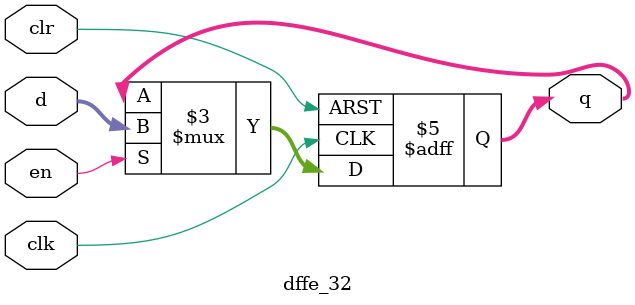
<source format=v>
module dffe_32(q, d, clk, en,clr);//D flip-flop enable
   
   //Inputs
   input [31:0]d;
	input clk, en, clr;//clk,en: 1bit
   
   //Output
   output [31:0]q;
   
	
	
   //Register
   reg [31:0]q;
	
   //Intialize q to 0
   initial
   begin
       q = 32'h00000000;
   end
	
	
   //Set value of q on positive edge of the clock or clear
   always @(posedge clk or posedge clr) begin
		if(clr) begin
			  q <= 32'h00000000;
       //If enable is high, set q to the value of d
		 end else if (en) begin
           q <= d;
       end
   end
endmodule

</source>
